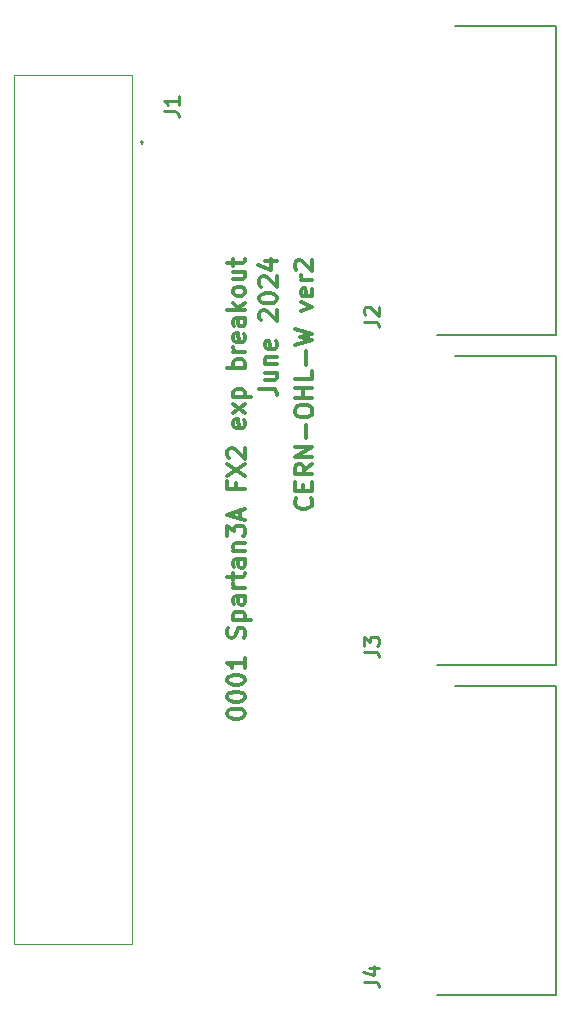
<source format=gto>
%TF.GenerationSoftware,KiCad,Pcbnew,8.0.2-8.0.2-0~ubuntu22.04.1*%
%TF.CreationDate,2024-06-02T21:15:47+01:00*%
%TF.ProjectId,0001-Spartan3A-breakout,30303031-2d53-4706-9172-74616e33412d,rev?*%
%TF.SameCoordinates,Original*%
%TF.FileFunction,Legend,Top*%
%TF.FilePolarity,Positive*%
%FSLAX46Y46*%
G04 Gerber Fmt 4.6, Leading zero omitted, Abs format (unit mm)*
G04 Created by KiCad (PCBNEW 8.0.2-8.0.2-0~ubuntu22.04.1) date 2024-06-02 21:15:47*
%MOMM*%
%LPD*%
G01*
G04 APERTURE LIST*
%ADD10C,0.300000*%
%ADD11C,0.254000*%
%ADD12C,0.200000*%
%ADD13C,0.100000*%
%ADD14R,2.175000X1.600000*%
%ADD15C,1.600000*%
%ADD16C,1.400000*%
%ADD17C,3.600000*%
G04 APERTURE END LIST*
D10*
X141707971Y-99188346D02*
X141779400Y-99259774D01*
X141779400Y-99259774D02*
X141850828Y-99474060D01*
X141850828Y-99474060D02*
X141850828Y-99616917D01*
X141850828Y-99616917D02*
X141779400Y-99831203D01*
X141779400Y-99831203D02*
X141636542Y-99974060D01*
X141636542Y-99974060D02*
X141493685Y-100045489D01*
X141493685Y-100045489D02*
X141207971Y-100116917D01*
X141207971Y-100116917D02*
X140993685Y-100116917D01*
X140993685Y-100116917D02*
X140707971Y-100045489D01*
X140707971Y-100045489D02*
X140565114Y-99974060D01*
X140565114Y-99974060D02*
X140422257Y-99831203D01*
X140422257Y-99831203D02*
X140350828Y-99616917D01*
X140350828Y-99616917D02*
X140350828Y-99474060D01*
X140350828Y-99474060D02*
X140422257Y-99259774D01*
X140422257Y-99259774D02*
X140493685Y-99188346D01*
X141065114Y-98545489D02*
X141065114Y-98045489D01*
X141850828Y-97831203D02*
X141850828Y-98545489D01*
X141850828Y-98545489D02*
X140350828Y-98545489D01*
X140350828Y-98545489D02*
X140350828Y-97831203D01*
X141850828Y-96331203D02*
X141136542Y-96831203D01*
X141850828Y-97188346D02*
X140350828Y-97188346D01*
X140350828Y-97188346D02*
X140350828Y-96616917D01*
X140350828Y-96616917D02*
X140422257Y-96474060D01*
X140422257Y-96474060D02*
X140493685Y-96402631D01*
X140493685Y-96402631D02*
X140636542Y-96331203D01*
X140636542Y-96331203D02*
X140850828Y-96331203D01*
X140850828Y-96331203D02*
X140993685Y-96402631D01*
X140993685Y-96402631D02*
X141065114Y-96474060D01*
X141065114Y-96474060D02*
X141136542Y-96616917D01*
X141136542Y-96616917D02*
X141136542Y-97188346D01*
X141850828Y-95688346D02*
X140350828Y-95688346D01*
X140350828Y-95688346D02*
X141850828Y-94831203D01*
X141850828Y-94831203D02*
X140350828Y-94831203D01*
X141279400Y-94116917D02*
X141279400Y-92974060D01*
X140350828Y-91974059D02*
X140350828Y-91688345D01*
X140350828Y-91688345D02*
X140422257Y-91545488D01*
X140422257Y-91545488D02*
X140565114Y-91402631D01*
X140565114Y-91402631D02*
X140850828Y-91331202D01*
X140850828Y-91331202D02*
X141350828Y-91331202D01*
X141350828Y-91331202D02*
X141636542Y-91402631D01*
X141636542Y-91402631D02*
X141779400Y-91545488D01*
X141779400Y-91545488D02*
X141850828Y-91688345D01*
X141850828Y-91688345D02*
X141850828Y-91974059D01*
X141850828Y-91974059D02*
X141779400Y-92116917D01*
X141779400Y-92116917D02*
X141636542Y-92259774D01*
X141636542Y-92259774D02*
X141350828Y-92331202D01*
X141350828Y-92331202D02*
X140850828Y-92331202D01*
X140850828Y-92331202D02*
X140565114Y-92259774D01*
X140565114Y-92259774D02*
X140422257Y-92116917D01*
X140422257Y-92116917D02*
X140350828Y-91974059D01*
X141850828Y-90688345D02*
X140350828Y-90688345D01*
X141065114Y-90688345D02*
X141065114Y-89831202D01*
X141850828Y-89831202D02*
X140350828Y-89831202D01*
X141850828Y-88402630D02*
X141850828Y-89116916D01*
X141850828Y-89116916D02*
X140350828Y-89116916D01*
X141279400Y-87902630D02*
X141279400Y-86759773D01*
X140350828Y-86188344D02*
X141850828Y-85831201D01*
X141850828Y-85831201D02*
X140779400Y-85545487D01*
X140779400Y-85545487D02*
X141850828Y-85259772D01*
X141850828Y-85259772D02*
X140350828Y-84902630D01*
X140850828Y-83331201D02*
X141850828Y-82974058D01*
X141850828Y-82974058D02*
X140850828Y-82616915D01*
X141779400Y-81474058D02*
X141850828Y-81616915D01*
X141850828Y-81616915D02*
X141850828Y-81902630D01*
X141850828Y-81902630D02*
X141779400Y-82045487D01*
X141779400Y-82045487D02*
X141636542Y-82116915D01*
X141636542Y-82116915D02*
X141065114Y-82116915D01*
X141065114Y-82116915D02*
X140922257Y-82045487D01*
X140922257Y-82045487D02*
X140850828Y-81902630D01*
X140850828Y-81902630D02*
X140850828Y-81616915D01*
X140850828Y-81616915D02*
X140922257Y-81474058D01*
X140922257Y-81474058D02*
X141065114Y-81402630D01*
X141065114Y-81402630D02*
X141207971Y-81402630D01*
X141207971Y-81402630D02*
X141350828Y-82116915D01*
X141850828Y-80759773D02*
X140850828Y-80759773D01*
X141136542Y-80759773D02*
X140993685Y-80688344D01*
X140993685Y-80688344D02*
X140922257Y-80616916D01*
X140922257Y-80616916D02*
X140850828Y-80474058D01*
X140850828Y-80474058D02*
X140850828Y-80331201D01*
X140493685Y-79902630D02*
X140422257Y-79831202D01*
X140422257Y-79831202D02*
X140350828Y-79688345D01*
X140350828Y-79688345D02*
X140350828Y-79331202D01*
X140350828Y-79331202D02*
X140422257Y-79188345D01*
X140422257Y-79188345D02*
X140493685Y-79116916D01*
X140493685Y-79116916D02*
X140636542Y-79045487D01*
X140636542Y-79045487D02*
X140779400Y-79045487D01*
X140779400Y-79045487D02*
X140993685Y-79116916D01*
X140993685Y-79116916D02*
X141850828Y-79974059D01*
X141850828Y-79974059D02*
X141850828Y-79045487D01*
X137350828Y-89916917D02*
X138422257Y-89916917D01*
X138422257Y-89916917D02*
X138636542Y-89988346D01*
X138636542Y-89988346D02*
X138779400Y-90131203D01*
X138779400Y-90131203D02*
X138850828Y-90345489D01*
X138850828Y-90345489D02*
X138850828Y-90488346D01*
X137850828Y-88559775D02*
X138850828Y-88559775D01*
X137850828Y-89202632D02*
X138636542Y-89202632D01*
X138636542Y-89202632D02*
X138779400Y-89131203D01*
X138779400Y-89131203D02*
X138850828Y-88988346D01*
X138850828Y-88988346D02*
X138850828Y-88774060D01*
X138850828Y-88774060D02*
X138779400Y-88631203D01*
X138779400Y-88631203D02*
X138707971Y-88559775D01*
X137850828Y-87845489D02*
X138850828Y-87845489D01*
X137993685Y-87845489D02*
X137922257Y-87774060D01*
X137922257Y-87774060D02*
X137850828Y-87631203D01*
X137850828Y-87631203D02*
X137850828Y-87416917D01*
X137850828Y-87416917D02*
X137922257Y-87274060D01*
X137922257Y-87274060D02*
X138065114Y-87202632D01*
X138065114Y-87202632D02*
X138850828Y-87202632D01*
X138779400Y-85916917D02*
X138850828Y-86059774D01*
X138850828Y-86059774D02*
X138850828Y-86345489D01*
X138850828Y-86345489D02*
X138779400Y-86488346D01*
X138779400Y-86488346D02*
X138636542Y-86559774D01*
X138636542Y-86559774D02*
X138065114Y-86559774D01*
X138065114Y-86559774D02*
X137922257Y-86488346D01*
X137922257Y-86488346D02*
X137850828Y-86345489D01*
X137850828Y-86345489D02*
X137850828Y-86059774D01*
X137850828Y-86059774D02*
X137922257Y-85916917D01*
X137922257Y-85916917D02*
X138065114Y-85845489D01*
X138065114Y-85845489D02*
X138207971Y-85845489D01*
X138207971Y-85845489D02*
X138350828Y-86559774D01*
X137493685Y-84131203D02*
X137422257Y-84059775D01*
X137422257Y-84059775D02*
X137350828Y-83916918D01*
X137350828Y-83916918D02*
X137350828Y-83559775D01*
X137350828Y-83559775D02*
X137422257Y-83416918D01*
X137422257Y-83416918D02*
X137493685Y-83345489D01*
X137493685Y-83345489D02*
X137636542Y-83274060D01*
X137636542Y-83274060D02*
X137779400Y-83274060D01*
X137779400Y-83274060D02*
X137993685Y-83345489D01*
X137993685Y-83345489D02*
X138850828Y-84202632D01*
X138850828Y-84202632D02*
X138850828Y-83274060D01*
X137350828Y-82345489D02*
X137350828Y-82202632D01*
X137350828Y-82202632D02*
X137422257Y-82059775D01*
X137422257Y-82059775D02*
X137493685Y-81988347D01*
X137493685Y-81988347D02*
X137636542Y-81916918D01*
X137636542Y-81916918D02*
X137922257Y-81845489D01*
X137922257Y-81845489D02*
X138279400Y-81845489D01*
X138279400Y-81845489D02*
X138565114Y-81916918D01*
X138565114Y-81916918D02*
X138707971Y-81988347D01*
X138707971Y-81988347D02*
X138779400Y-82059775D01*
X138779400Y-82059775D02*
X138850828Y-82202632D01*
X138850828Y-82202632D02*
X138850828Y-82345489D01*
X138850828Y-82345489D02*
X138779400Y-82488347D01*
X138779400Y-82488347D02*
X138707971Y-82559775D01*
X138707971Y-82559775D02*
X138565114Y-82631204D01*
X138565114Y-82631204D02*
X138279400Y-82702632D01*
X138279400Y-82702632D02*
X137922257Y-82702632D01*
X137922257Y-82702632D02*
X137636542Y-82631204D01*
X137636542Y-82631204D02*
X137493685Y-82559775D01*
X137493685Y-82559775D02*
X137422257Y-82488347D01*
X137422257Y-82488347D02*
X137350828Y-82345489D01*
X137493685Y-81274061D02*
X137422257Y-81202633D01*
X137422257Y-81202633D02*
X137350828Y-81059776D01*
X137350828Y-81059776D02*
X137350828Y-80702633D01*
X137350828Y-80702633D02*
X137422257Y-80559776D01*
X137422257Y-80559776D02*
X137493685Y-80488347D01*
X137493685Y-80488347D02*
X137636542Y-80416918D01*
X137636542Y-80416918D02*
X137779400Y-80416918D01*
X137779400Y-80416918D02*
X137993685Y-80488347D01*
X137993685Y-80488347D02*
X138850828Y-81345490D01*
X138850828Y-81345490D02*
X138850828Y-80416918D01*
X137850828Y-79131205D02*
X138850828Y-79131205D01*
X137279400Y-79488347D02*
X138350828Y-79845490D01*
X138350828Y-79845490D02*
X138350828Y-78916919D01*
X134650828Y-117509774D02*
X134650828Y-117366917D01*
X134650828Y-117366917D02*
X134722257Y-117224060D01*
X134722257Y-117224060D02*
X134793685Y-117152632D01*
X134793685Y-117152632D02*
X134936542Y-117081203D01*
X134936542Y-117081203D02*
X135222257Y-117009774D01*
X135222257Y-117009774D02*
X135579400Y-117009774D01*
X135579400Y-117009774D02*
X135865114Y-117081203D01*
X135865114Y-117081203D02*
X136007971Y-117152632D01*
X136007971Y-117152632D02*
X136079400Y-117224060D01*
X136079400Y-117224060D02*
X136150828Y-117366917D01*
X136150828Y-117366917D02*
X136150828Y-117509774D01*
X136150828Y-117509774D02*
X136079400Y-117652632D01*
X136079400Y-117652632D02*
X136007971Y-117724060D01*
X136007971Y-117724060D02*
X135865114Y-117795489D01*
X135865114Y-117795489D02*
X135579400Y-117866917D01*
X135579400Y-117866917D02*
X135222257Y-117866917D01*
X135222257Y-117866917D02*
X134936542Y-117795489D01*
X134936542Y-117795489D02*
X134793685Y-117724060D01*
X134793685Y-117724060D02*
X134722257Y-117652632D01*
X134722257Y-117652632D02*
X134650828Y-117509774D01*
X134650828Y-116081203D02*
X134650828Y-115938346D01*
X134650828Y-115938346D02*
X134722257Y-115795489D01*
X134722257Y-115795489D02*
X134793685Y-115724061D01*
X134793685Y-115724061D02*
X134936542Y-115652632D01*
X134936542Y-115652632D02*
X135222257Y-115581203D01*
X135222257Y-115581203D02*
X135579400Y-115581203D01*
X135579400Y-115581203D02*
X135865114Y-115652632D01*
X135865114Y-115652632D02*
X136007971Y-115724061D01*
X136007971Y-115724061D02*
X136079400Y-115795489D01*
X136079400Y-115795489D02*
X136150828Y-115938346D01*
X136150828Y-115938346D02*
X136150828Y-116081203D01*
X136150828Y-116081203D02*
X136079400Y-116224061D01*
X136079400Y-116224061D02*
X136007971Y-116295489D01*
X136007971Y-116295489D02*
X135865114Y-116366918D01*
X135865114Y-116366918D02*
X135579400Y-116438346D01*
X135579400Y-116438346D02*
X135222257Y-116438346D01*
X135222257Y-116438346D02*
X134936542Y-116366918D01*
X134936542Y-116366918D02*
X134793685Y-116295489D01*
X134793685Y-116295489D02*
X134722257Y-116224061D01*
X134722257Y-116224061D02*
X134650828Y-116081203D01*
X134650828Y-114652632D02*
X134650828Y-114509775D01*
X134650828Y-114509775D02*
X134722257Y-114366918D01*
X134722257Y-114366918D02*
X134793685Y-114295490D01*
X134793685Y-114295490D02*
X134936542Y-114224061D01*
X134936542Y-114224061D02*
X135222257Y-114152632D01*
X135222257Y-114152632D02*
X135579400Y-114152632D01*
X135579400Y-114152632D02*
X135865114Y-114224061D01*
X135865114Y-114224061D02*
X136007971Y-114295490D01*
X136007971Y-114295490D02*
X136079400Y-114366918D01*
X136079400Y-114366918D02*
X136150828Y-114509775D01*
X136150828Y-114509775D02*
X136150828Y-114652632D01*
X136150828Y-114652632D02*
X136079400Y-114795490D01*
X136079400Y-114795490D02*
X136007971Y-114866918D01*
X136007971Y-114866918D02*
X135865114Y-114938347D01*
X135865114Y-114938347D02*
X135579400Y-115009775D01*
X135579400Y-115009775D02*
X135222257Y-115009775D01*
X135222257Y-115009775D02*
X134936542Y-114938347D01*
X134936542Y-114938347D02*
X134793685Y-114866918D01*
X134793685Y-114866918D02*
X134722257Y-114795490D01*
X134722257Y-114795490D02*
X134650828Y-114652632D01*
X136150828Y-112724061D02*
X136150828Y-113581204D01*
X136150828Y-113152633D02*
X134650828Y-113152633D01*
X134650828Y-113152633D02*
X134865114Y-113295490D01*
X134865114Y-113295490D02*
X135007971Y-113438347D01*
X135007971Y-113438347D02*
X135079400Y-113581204D01*
X136079400Y-111009776D02*
X136150828Y-110795491D01*
X136150828Y-110795491D02*
X136150828Y-110438348D01*
X136150828Y-110438348D02*
X136079400Y-110295491D01*
X136079400Y-110295491D02*
X136007971Y-110224062D01*
X136007971Y-110224062D02*
X135865114Y-110152633D01*
X135865114Y-110152633D02*
X135722257Y-110152633D01*
X135722257Y-110152633D02*
X135579400Y-110224062D01*
X135579400Y-110224062D02*
X135507971Y-110295491D01*
X135507971Y-110295491D02*
X135436542Y-110438348D01*
X135436542Y-110438348D02*
X135365114Y-110724062D01*
X135365114Y-110724062D02*
X135293685Y-110866919D01*
X135293685Y-110866919D02*
X135222257Y-110938348D01*
X135222257Y-110938348D02*
X135079400Y-111009776D01*
X135079400Y-111009776D02*
X134936542Y-111009776D01*
X134936542Y-111009776D02*
X134793685Y-110938348D01*
X134793685Y-110938348D02*
X134722257Y-110866919D01*
X134722257Y-110866919D02*
X134650828Y-110724062D01*
X134650828Y-110724062D02*
X134650828Y-110366919D01*
X134650828Y-110366919D02*
X134722257Y-110152633D01*
X135150828Y-109509777D02*
X136650828Y-109509777D01*
X135222257Y-109509777D02*
X135150828Y-109366920D01*
X135150828Y-109366920D02*
X135150828Y-109081205D01*
X135150828Y-109081205D02*
X135222257Y-108938348D01*
X135222257Y-108938348D02*
X135293685Y-108866920D01*
X135293685Y-108866920D02*
X135436542Y-108795491D01*
X135436542Y-108795491D02*
X135865114Y-108795491D01*
X135865114Y-108795491D02*
X136007971Y-108866920D01*
X136007971Y-108866920D02*
X136079400Y-108938348D01*
X136079400Y-108938348D02*
X136150828Y-109081205D01*
X136150828Y-109081205D02*
X136150828Y-109366920D01*
X136150828Y-109366920D02*
X136079400Y-109509777D01*
X136150828Y-107509777D02*
X135365114Y-107509777D01*
X135365114Y-107509777D02*
X135222257Y-107581205D01*
X135222257Y-107581205D02*
X135150828Y-107724062D01*
X135150828Y-107724062D02*
X135150828Y-108009777D01*
X135150828Y-108009777D02*
X135222257Y-108152634D01*
X136079400Y-107509777D02*
X136150828Y-107652634D01*
X136150828Y-107652634D02*
X136150828Y-108009777D01*
X136150828Y-108009777D02*
X136079400Y-108152634D01*
X136079400Y-108152634D02*
X135936542Y-108224062D01*
X135936542Y-108224062D02*
X135793685Y-108224062D01*
X135793685Y-108224062D02*
X135650828Y-108152634D01*
X135650828Y-108152634D02*
X135579400Y-108009777D01*
X135579400Y-108009777D02*
X135579400Y-107652634D01*
X135579400Y-107652634D02*
X135507971Y-107509777D01*
X136150828Y-106795491D02*
X135150828Y-106795491D01*
X135436542Y-106795491D02*
X135293685Y-106724062D01*
X135293685Y-106724062D02*
X135222257Y-106652634D01*
X135222257Y-106652634D02*
X135150828Y-106509776D01*
X135150828Y-106509776D02*
X135150828Y-106366919D01*
X135150828Y-106081205D02*
X135150828Y-105509777D01*
X134650828Y-105866920D02*
X135936542Y-105866920D01*
X135936542Y-105866920D02*
X136079400Y-105795491D01*
X136079400Y-105795491D02*
X136150828Y-105652634D01*
X136150828Y-105652634D02*
X136150828Y-105509777D01*
X136150828Y-104366920D02*
X135365114Y-104366920D01*
X135365114Y-104366920D02*
X135222257Y-104438348D01*
X135222257Y-104438348D02*
X135150828Y-104581205D01*
X135150828Y-104581205D02*
X135150828Y-104866920D01*
X135150828Y-104866920D02*
X135222257Y-105009777D01*
X136079400Y-104366920D02*
X136150828Y-104509777D01*
X136150828Y-104509777D02*
X136150828Y-104866920D01*
X136150828Y-104866920D02*
X136079400Y-105009777D01*
X136079400Y-105009777D02*
X135936542Y-105081205D01*
X135936542Y-105081205D02*
X135793685Y-105081205D01*
X135793685Y-105081205D02*
X135650828Y-105009777D01*
X135650828Y-105009777D02*
X135579400Y-104866920D01*
X135579400Y-104866920D02*
X135579400Y-104509777D01*
X135579400Y-104509777D02*
X135507971Y-104366920D01*
X135150828Y-103652634D02*
X136150828Y-103652634D01*
X135293685Y-103652634D02*
X135222257Y-103581205D01*
X135222257Y-103581205D02*
X135150828Y-103438348D01*
X135150828Y-103438348D02*
X135150828Y-103224062D01*
X135150828Y-103224062D02*
X135222257Y-103081205D01*
X135222257Y-103081205D02*
X135365114Y-103009777D01*
X135365114Y-103009777D02*
X136150828Y-103009777D01*
X134650828Y-102438348D02*
X134650828Y-101509776D01*
X134650828Y-101509776D02*
X135222257Y-102009776D01*
X135222257Y-102009776D02*
X135222257Y-101795491D01*
X135222257Y-101795491D02*
X135293685Y-101652634D01*
X135293685Y-101652634D02*
X135365114Y-101581205D01*
X135365114Y-101581205D02*
X135507971Y-101509776D01*
X135507971Y-101509776D02*
X135865114Y-101509776D01*
X135865114Y-101509776D02*
X136007971Y-101581205D01*
X136007971Y-101581205D02*
X136079400Y-101652634D01*
X136079400Y-101652634D02*
X136150828Y-101795491D01*
X136150828Y-101795491D02*
X136150828Y-102224062D01*
X136150828Y-102224062D02*
X136079400Y-102366919D01*
X136079400Y-102366919D02*
X136007971Y-102438348D01*
X135722257Y-100938348D02*
X135722257Y-100224063D01*
X136150828Y-101081205D02*
X134650828Y-100581205D01*
X134650828Y-100581205D02*
X136150828Y-100081205D01*
X135365114Y-97938349D02*
X135365114Y-98438349D01*
X136150828Y-98438349D02*
X134650828Y-98438349D01*
X134650828Y-98438349D02*
X134650828Y-97724063D01*
X134650828Y-97295492D02*
X136150828Y-96295492D01*
X134650828Y-96295492D02*
X136150828Y-97295492D01*
X134793685Y-95795492D02*
X134722257Y-95724064D01*
X134722257Y-95724064D02*
X134650828Y-95581207D01*
X134650828Y-95581207D02*
X134650828Y-95224064D01*
X134650828Y-95224064D02*
X134722257Y-95081207D01*
X134722257Y-95081207D02*
X134793685Y-95009778D01*
X134793685Y-95009778D02*
X134936542Y-94938349D01*
X134936542Y-94938349D02*
X135079400Y-94938349D01*
X135079400Y-94938349D02*
X135293685Y-95009778D01*
X135293685Y-95009778D02*
X136150828Y-95866921D01*
X136150828Y-95866921D02*
X136150828Y-94938349D01*
X136079400Y-92581207D02*
X136150828Y-92724064D01*
X136150828Y-92724064D02*
X136150828Y-93009779D01*
X136150828Y-93009779D02*
X136079400Y-93152636D01*
X136079400Y-93152636D02*
X135936542Y-93224064D01*
X135936542Y-93224064D02*
X135365114Y-93224064D01*
X135365114Y-93224064D02*
X135222257Y-93152636D01*
X135222257Y-93152636D02*
X135150828Y-93009779D01*
X135150828Y-93009779D02*
X135150828Y-92724064D01*
X135150828Y-92724064D02*
X135222257Y-92581207D01*
X135222257Y-92581207D02*
X135365114Y-92509779D01*
X135365114Y-92509779D02*
X135507971Y-92509779D01*
X135507971Y-92509779D02*
X135650828Y-93224064D01*
X136150828Y-92009779D02*
X135150828Y-91224065D01*
X135150828Y-92009779D02*
X136150828Y-91224065D01*
X135150828Y-90652636D02*
X136650828Y-90652636D01*
X135222257Y-90652636D02*
X135150828Y-90509779D01*
X135150828Y-90509779D02*
X135150828Y-90224064D01*
X135150828Y-90224064D02*
X135222257Y-90081207D01*
X135222257Y-90081207D02*
X135293685Y-90009779D01*
X135293685Y-90009779D02*
X135436542Y-89938350D01*
X135436542Y-89938350D02*
X135865114Y-89938350D01*
X135865114Y-89938350D02*
X136007971Y-90009779D01*
X136007971Y-90009779D02*
X136079400Y-90081207D01*
X136079400Y-90081207D02*
X136150828Y-90224064D01*
X136150828Y-90224064D02*
X136150828Y-90509779D01*
X136150828Y-90509779D02*
X136079400Y-90652636D01*
X136150828Y-88152636D02*
X134650828Y-88152636D01*
X135222257Y-88152636D02*
X135150828Y-88009779D01*
X135150828Y-88009779D02*
X135150828Y-87724064D01*
X135150828Y-87724064D02*
X135222257Y-87581207D01*
X135222257Y-87581207D02*
X135293685Y-87509779D01*
X135293685Y-87509779D02*
X135436542Y-87438350D01*
X135436542Y-87438350D02*
X135865114Y-87438350D01*
X135865114Y-87438350D02*
X136007971Y-87509779D01*
X136007971Y-87509779D02*
X136079400Y-87581207D01*
X136079400Y-87581207D02*
X136150828Y-87724064D01*
X136150828Y-87724064D02*
X136150828Y-88009779D01*
X136150828Y-88009779D02*
X136079400Y-88152636D01*
X136150828Y-86795493D02*
X135150828Y-86795493D01*
X135436542Y-86795493D02*
X135293685Y-86724064D01*
X135293685Y-86724064D02*
X135222257Y-86652636D01*
X135222257Y-86652636D02*
X135150828Y-86509778D01*
X135150828Y-86509778D02*
X135150828Y-86366921D01*
X136079400Y-85295493D02*
X136150828Y-85438350D01*
X136150828Y-85438350D02*
X136150828Y-85724065D01*
X136150828Y-85724065D02*
X136079400Y-85866922D01*
X136079400Y-85866922D02*
X135936542Y-85938350D01*
X135936542Y-85938350D02*
X135365114Y-85938350D01*
X135365114Y-85938350D02*
X135222257Y-85866922D01*
X135222257Y-85866922D02*
X135150828Y-85724065D01*
X135150828Y-85724065D02*
X135150828Y-85438350D01*
X135150828Y-85438350D02*
X135222257Y-85295493D01*
X135222257Y-85295493D02*
X135365114Y-85224065D01*
X135365114Y-85224065D02*
X135507971Y-85224065D01*
X135507971Y-85224065D02*
X135650828Y-85938350D01*
X136150828Y-83938351D02*
X135365114Y-83938351D01*
X135365114Y-83938351D02*
X135222257Y-84009779D01*
X135222257Y-84009779D02*
X135150828Y-84152636D01*
X135150828Y-84152636D02*
X135150828Y-84438351D01*
X135150828Y-84438351D02*
X135222257Y-84581208D01*
X136079400Y-83938351D02*
X136150828Y-84081208D01*
X136150828Y-84081208D02*
X136150828Y-84438351D01*
X136150828Y-84438351D02*
X136079400Y-84581208D01*
X136079400Y-84581208D02*
X135936542Y-84652636D01*
X135936542Y-84652636D02*
X135793685Y-84652636D01*
X135793685Y-84652636D02*
X135650828Y-84581208D01*
X135650828Y-84581208D02*
X135579400Y-84438351D01*
X135579400Y-84438351D02*
X135579400Y-84081208D01*
X135579400Y-84081208D02*
X135507971Y-83938351D01*
X136150828Y-83224065D02*
X134650828Y-83224065D01*
X135579400Y-83081208D02*
X136150828Y-82652636D01*
X135150828Y-82652636D02*
X135722257Y-83224065D01*
X136150828Y-81795493D02*
X136079400Y-81938350D01*
X136079400Y-81938350D02*
X136007971Y-82009779D01*
X136007971Y-82009779D02*
X135865114Y-82081207D01*
X135865114Y-82081207D02*
X135436542Y-82081207D01*
X135436542Y-82081207D02*
X135293685Y-82009779D01*
X135293685Y-82009779D02*
X135222257Y-81938350D01*
X135222257Y-81938350D02*
X135150828Y-81795493D01*
X135150828Y-81795493D02*
X135150828Y-81581207D01*
X135150828Y-81581207D02*
X135222257Y-81438350D01*
X135222257Y-81438350D02*
X135293685Y-81366922D01*
X135293685Y-81366922D02*
X135436542Y-81295493D01*
X135436542Y-81295493D02*
X135865114Y-81295493D01*
X135865114Y-81295493D02*
X136007971Y-81366922D01*
X136007971Y-81366922D02*
X136079400Y-81438350D01*
X136079400Y-81438350D02*
X136150828Y-81581207D01*
X136150828Y-81581207D02*
X136150828Y-81795493D01*
X135150828Y-80009779D02*
X136150828Y-80009779D01*
X135150828Y-80652636D02*
X135936542Y-80652636D01*
X135936542Y-80652636D02*
X136079400Y-80581207D01*
X136079400Y-80581207D02*
X136150828Y-80438350D01*
X136150828Y-80438350D02*
X136150828Y-80224064D01*
X136150828Y-80224064D02*
X136079400Y-80081207D01*
X136079400Y-80081207D02*
X136007971Y-80009779D01*
X135150828Y-79509778D02*
X135150828Y-78938350D01*
X134650828Y-79295493D02*
X135936542Y-79295493D01*
X135936542Y-79295493D02*
X136079400Y-79224064D01*
X136079400Y-79224064D02*
X136150828Y-79081207D01*
X136150828Y-79081207D02*
X136150828Y-78938350D01*
D11*
X146204318Y-140123332D02*
X147111461Y-140123332D01*
X147111461Y-140123332D02*
X147292889Y-140183809D01*
X147292889Y-140183809D02*
X147413842Y-140304761D01*
X147413842Y-140304761D02*
X147474318Y-140486190D01*
X147474318Y-140486190D02*
X147474318Y-140607142D01*
X146627651Y-138974285D02*
X147474318Y-138974285D01*
X146143842Y-139276666D02*
X147050984Y-139579047D01*
X147050984Y-139579047D02*
X147050984Y-138792856D01*
X146204318Y-112183332D02*
X147111461Y-112183332D01*
X147111461Y-112183332D02*
X147292889Y-112243809D01*
X147292889Y-112243809D02*
X147413842Y-112364761D01*
X147413842Y-112364761D02*
X147474318Y-112546190D01*
X147474318Y-112546190D02*
X147474318Y-112667142D01*
X146204318Y-111699523D02*
X146204318Y-110913332D01*
X146204318Y-110913332D02*
X146688127Y-111336666D01*
X146688127Y-111336666D02*
X146688127Y-111155237D01*
X146688127Y-111155237D02*
X146748603Y-111034285D01*
X146748603Y-111034285D02*
X146809080Y-110973809D01*
X146809080Y-110973809D02*
X146930032Y-110913332D01*
X146930032Y-110913332D02*
X147232413Y-110913332D01*
X147232413Y-110913332D02*
X147353365Y-110973809D01*
X147353365Y-110973809D02*
X147413842Y-111034285D01*
X147413842Y-111034285D02*
X147474318Y-111155237D01*
X147474318Y-111155237D02*
X147474318Y-111518094D01*
X147474318Y-111518094D02*
X147413842Y-111639047D01*
X147413842Y-111639047D02*
X147353365Y-111699523D01*
X129250318Y-66448332D02*
X130157461Y-66448332D01*
X130157461Y-66448332D02*
X130338889Y-66508809D01*
X130338889Y-66508809D02*
X130459842Y-66629761D01*
X130459842Y-66629761D02*
X130520318Y-66811190D01*
X130520318Y-66811190D02*
X130520318Y-66932142D01*
X130520318Y-65178332D02*
X130520318Y-65904047D01*
X130520318Y-65541190D02*
X129250318Y-65541190D01*
X129250318Y-65541190D02*
X129431746Y-65662142D01*
X129431746Y-65662142D02*
X129552699Y-65783094D01*
X129552699Y-65783094D02*
X129613175Y-65904047D01*
X146204318Y-84243332D02*
X147111461Y-84243332D01*
X147111461Y-84243332D02*
X147292889Y-84303809D01*
X147292889Y-84303809D02*
X147413842Y-84424761D01*
X147413842Y-84424761D02*
X147474318Y-84606190D01*
X147474318Y-84606190D02*
X147474318Y-84727142D01*
X146325270Y-83699047D02*
X146264794Y-83638571D01*
X146264794Y-83638571D02*
X146204318Y-83517618D01*
X146204318Y-83517618D02*
X146204318Y-83215237D01*
X146204318Y-83215237D02*
X146264794Y-83094285D01*
X146264794Y-83094285D02*
X146325270Y-83033809D01*
X146325270Y-83033809D02*
X146446222Y-82973332D01*
X146446222Y-82973332D02*
X146567175Y-82973332D01*
X146567175Y-82973332D02*
X146748603Y-83033809D01*
X146748603Y-83033809D02*
X147474318Y-83759523D01*
X147474318Y-83759523D02*
X147474318Y-82973332D01*
D12*
X152400000Y-141220000D02*
X162460000Y-141220000D01*
X162460000Y-115070000D02*
X153960000Y-115070000D01*
X162460000Y-141220000D02*
X162460000Y-115070000D01*
X152400000Y-113280000D02*
X162460000Y-113280000D01*
X162460000Y-87130000D02*
X153960000Y-87130000D01*
X162460000Y-113280000D02*
X162460000Y-87130000D01*
D13*
X116596000Y-63400000D02*
X126596000Y-63400000D01*
X116596000Y-136950000D02*
X116596000Y-63400000D01*
X126596000Y-63400000D02*
X126596000Y-136950000D01*
X126596000Y-136950000D02*
X116596000Y-136950000D01*
D12*
X127396000Y-68975000D02*
X127396000Y-68975000D01*
X127396000Y-69175000D02*
X127396000Y-69175000D01*
X127396000Y-68975000D02*
G75*
G02*
X127396000Y-69175000I0J-100000D01*
G01*
X127396000Y-69175000D02*
G75*
G02*
X127396000Y-68975000I0J100000D01*
G01*
X152400000Y-85340000D02*
X162460000Y-85340000D01*
X162460000Y-59190000D02*
X153960000Y-59190000D01*
X162460000Y-85340000D02*
X162460000Y-59190000D01*
%LPC*%
D14*
X152400000Y-139700000D03*
D15*
X149860000Y-139700000D03*
X152400000Y-137160000D03*
X149860000Y-137160000D03*
X152400000Y-134620000D03*
X149860000Y-134620000D03*
X152400000Y-132080000D03*
X149860000Y-132080000D03*
X152400000Y-129540000D03*
X149860000Y-129540000D03*
X152400000Y-127000000D03*
X149860000Y-127000000D03*
X152400000Y-124460000D03*
X149860000Y-124460000D03*
X152400000Y-121920000D03*
X149860000Y-121920000D03*
X152400000Y-119380000D03*
X149860000Y-119380000D03*
X152400000Y-116840000D03*
X149860000Y-116840000D03*
D14*
X152400000Y-111760000D03*
D15*
X149860000Y-111760000D03*
X152400000Y-109220000D03*
X149860000Y-109220000D03*
X152400000Y-106680000D03*
X149860000Y-106680000D03*
X152400000Y-104140000D03*
X149860000Y-104140000D03*
X152400000Y-101600000D03*
X149860000Y-101600000D03*
X152400000Y-99060000D03*
X149860000Y-99060000D03*
X152400000Y-96520000D03*
X149860000Y-96520000D03*
X152400000Y-93980000D03*
X149860000Y-93980000D03*
X152400000Y-91440000D03*
X149860000Y-91440000D03*
X152400000Y-88900000D03*
X149860000Y-88900000D03*
D16*
X123500000Y-69060000D03*
X125405000Y-70330000D03*
X123500000Y-71600000D03*
X125405000Y-72870000D03*
X123500000Y-74140000D03*
X125405000Y-75410000D03*
X123500000Y-76680000D03*
X125405000Y-77950000D03*
X123500000Y-79220000D03*
X125405000Y-80490000D03*
X123500000Y-81760000D03*
X125405000Y-83030000D03*
X123500000Y-84300000D03*
X125405000Y-85570000D03*
X123500000Y-86840000D03*
X125405000Y-88110000D03*
X123500000Y-89380000D03*
X125405000Y-90650000D03*
X123500000Y-91920000D03*
X125405000Y-93190000D03*
X123500000Y-94460000D03*
X125405000Y-95730000D03*
X123500000Y-97000000D03*
X125405000Y-98270000D03*
X123500000Y-99540000D03*
X125405000Y-100810000D03*
X123500000Y-102080000D03*
X125405000Y-103350000D03*
X123500000Y-104620000D03*
X125405000Y-105890000D03*
X123500000Y-107160000D03*
X125405000Y-108430000D03*
X123500000Y-109700000D03*
X125405000Y-110970000D03*
X123500000Y-112240000D03*
X125405000Y-113510000D03*
X123500000Y-114780000D03*
X125405000Y-116050000D03*
X123500000Y-117320000D03*
X125405000Y-118590000D03*
X123500000Y-119860000D03*
X125405000Y-121130000D03*
X123500000Y-122400000D03*
X125405000Y-123670000D03*
X123500000Y-124940000D03*
X125405000Y-126210000D03*
X123500000Y-127480000D03*
X125405000Y-128750000D03*
X123500000Y-130020000D03*
X125405000Y-131290000D03*
X119690000Y-69060000D03*
X121595000Y-70330000D03*
X119690000Y-71600000D03*
X121595000Y-72870000D03*
X119690000Y-74140000D03*
X121595000Y-75410000D03*
X119690000Y-76680000D03*
X121595000Y-77950000D03*
X119690000Y-79220000D03*
X121595000Y-80490000D03*
X119690000Y-81760000D03*
X121595000Y-83030000D03*
X119690000Y-84300000D03*
X121595000Y-85570000D03*
X119690000Y-86840000D03*
X121595000Y-88110000D03*
X119690000Y-89380000D03*
X121595000Y-90650000D03*
X119690000Y-91920000D03*
X121595000Y-93190000D03*
X119690000Y-94460000D03*
X121595000Y-95730000D03*
X119690000Y-97000000D03*
X121595000Y-98270000D03*
X119690000Y-99540000D03*
X121595000Y-100810000D03*
X119690000Y-102080000D03*
X121595000Y-103350000D03*
X119690000Y-104620000D03*
X121595000Y-105890000D03*
X119690000Y-107160000D03*
X121595000Y-108430000D03*
X119690000Y-109700000D03*
X121595000Y-110970000D03*
X119690000Y-112240000D03*
X121595000Y-113510000D03*
X119690000Y-114780000D03*
X121595000Y-116050000D03*
X119690000Y-117320000D03*
X121595000Y-118590000D03*
X119690000Y-119860000D03*
X121595000Y-121130000D03*
X119690000Y-122400000D03*
X121595000Y-123670000D03*
X119690000Y-124940000D03*
X121595000Y-126210000D03*
X119690000Y-127480000D03*
X121595000Y-128750000D03*
X119690000Y-130020000D03*
X121595000Y-131290000D03*
D17*
X121595000Y-65750000D03*
X121595000Y-134600000D03*
D14*
X152400000Y-83820000D03*
D15*
X149860000Y-83820000D03*
X152400000Y-81280000D03*
X149860000Y-81280000D03*
X152400000Y-78740000D03*
X149860000Y-78740000D03*
X152400000Y-76200000D03*
X149860000Y-76200000D03*
X152400000Y-73660000D03*
X149860000Y-73660000D03*
X152400000Y-71120000D03*
X149860000Y-71120000D03*
X152400000Y-68580000D03*
X149860000Y-68580000D03*
X152400000Y-66040000D03*
X149860000Y-66040000D03*
X152400000Y-63500000D03*
X149860000Y-63500000D03*
X152400000Y-60960000D03*
X149860000Y-60960000D03*
%LPD*%
M02*

</source>
